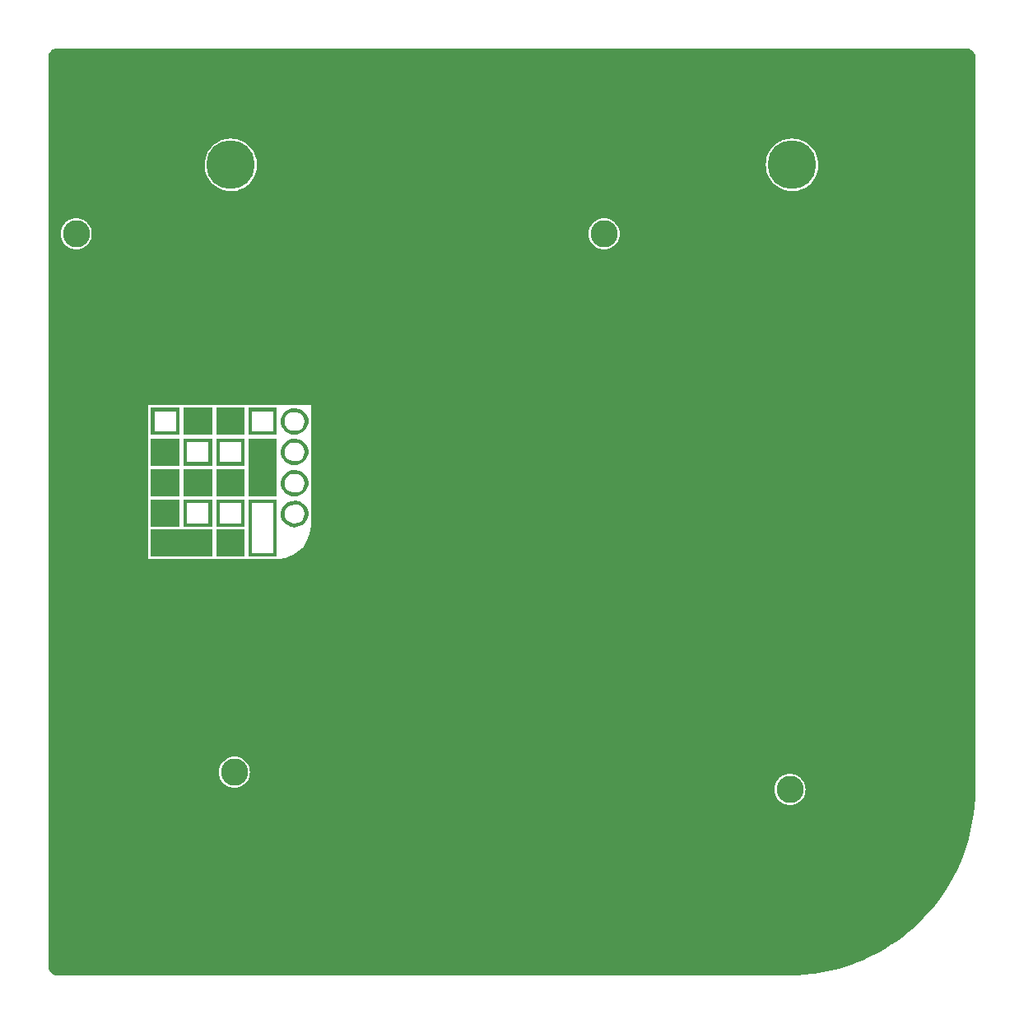
<source format=gtl>
%TF.GenerationSoftware,KiCad,Pcbnew,(5.99.0-12610-g07e01e6297)*%
%TF.CreationDate,2021-11-07T17:03:59+00:00*%
%TF.ProjectId,Envoy-Backplate,456e766f-792d-4426-9163-6b706c617465,rev?*%
%TF.SameCoordinates,Original*%
%TF.FileFunction,Copper,L1,Top*%
%TF.FilePolarity,Positive*%
%FSLAX46Y46*%
G04 Gerber Fmt 4.6, Leading zero omitted, Abs format (unit mm)*
G04 Created by KiCad (PCBNEW (5.99.0-12610-g07e01e6297)) date 2021-11-07 17:03:59*
%MOMM*%
%LPD*%
G01*
G04 APERTURE LIST*
%TA.AperFunction,ComponentPad*%
%ADD10C,2.800000*%
%TD*%
%TA.AperFunction,ComponentPad*%
%ADD11C,5.000000*%
%TD*%
G04 APERTURE END LIST*
%TO.C,G\u002A\u002A\u002A*%
G36*
X123499745Y-96065544D02*
G01*
X120566224Y-96065544D01*
X120566224Y-90126952D01*
X123499745Y-90126952D01*
X123499745Y-96065544D01*
G37*
G36*
X120208478Y-90126952D02*
G01*
X120208478Y-92917375D01*
X117274957Y-92917375D01*
X117274957Y-92559628D01*
X117632703Y-92559628D01*
X119850731Y-92559628D01*
X119850731Y-90484699D01*
X117632703Y-90484699D01*
X117632703Y-92559628D01*
X117274957Y-92559628D01*
X117274957Y-90126952D01*
X120208478Y-90126952D01*
G37*
G36*
X120208478Y-89769206D02*
G01*
X117274957Y-89769206D01*
X117274957Y-86978783D01*
X120208478Y-86978783D01*
X120208478Y-89769206D01*
G37*
G36*
X123897514Y-94539134D02*
G01*
X124056921Y-94121378D01*
X124329118Y-93777740D01*
X124694467Y-93528115D01*
X125004464Y-93417696D01*
X125425139Y-93384776D01*
X125830938Y-93475840D01*
X126195268Y-93673889D01*
X126491539Y-93961928D01*
X126693159Y-94322960D01*
X126751902Y-94534613D01*
X126753665Y-94909338D01*
X126633981Y-95276951D01*
X126412646Y-95607368D01*
X126109456Y-95870503D01*
X125768381Y-96029360D01*
X125507029Y-96100508D01*
X125314784Y-96124888D01*
X125125411Y-96102194D01*
X124872671Y-96032122D01*
X124849942Y-96025142D01*
X124512246Y-95857067D01*
X124226641Y-95594362D01*
X124014112Y-95269768D01*
X123895643Y-94916025D01*
X123893800Y-94727548D01*
X124287055Y-94727548D01*
X124348625Y-95097654D01*
X124524686Y-95391731D01*
X124801072Y-95596400D01*
X125163619Y-95698279D01*
X125324253Y-95707262D01*
X125684821Y-95661685D01*
X125911061Y-95567595D01*
X126161103Y-95340835D01*
X126309388Y-95049903D01*
X126356772Y-94727856D01*
X126304109Y-94407748D01*
X126152254Y-94122636D01*
X125902062Y-93905577D01*
X125867589Y-93886764D01*
X125658647Y-93816971D01*
X125399849Y-93778551D01*
X125324253Y-93775966D01*
X124938758Y-93834506D01*
X124627383Y-93999437D01*
X124407604Y-94254727D01*
X124296895Y-94584344D01*
X124287055Y-94727548D01*
X123893800Y-94727548D01*
X123892219Y-94565873D01*
X123897514Y-94539134D01*
G37*
G36*
X113482844Y-96065544D02*
G01*
X110549323Y-96065544D01*
X110549323Y-93275121D01*
X113482844Y-93275121D01*
X113482844Y-96065544D01*
G37*
G36*
X116845661Y-90126952D02*
G01*
X116845661Y-92917375D01*
X113912140Y-92917375D01*
X113912140Y-92559628D01*
X114269886Y-92559628D01*
X116487914Y-92559628D01*
X116487914Y-90484699D01*
X114269886Y-90484699D01*
X114269886Y-92559628D01*
X113912140Y-92559628D01*
X113912140Y-90126952D01*
X116845661Y-90126952D01*
G37*
G36*
X116845661Y-96423290D02*
G01*
X116845661Y-99213713D01*
X113912140Y-99213713D01*
X113912140Y-98855966D01*
X114269886Y-98855966D01*
X116487914Y-98855966D01*
X116487914Y-96781037D01*
X114269886Y-96781037D01*
X114269886Y-98855966D01*
X113912140Y-98855966D01*
X113912140Y-96423290D01*
X116845661Y-96423290D01*
G37*
G36*
X123499745Y-96423290D02*
G01*
X123499745Y-102290333D01*
X120566224Y-102290333D01*
X120566224Y-101932586D01*
X120923971Y-101932586D01*
X123141999Y-101932586D01*
X123141999Y-96781037D01*
X120923971Y-96781037D01*
X120923971Y-101932586D01*
X120566224Y-101932586D01*
X120566224Y-96423290D01*
X123499745Y-96423290D01*
G37*
G36*
X113482844Y-92917375D02*
G01*
X110549323Y-92917375D01*
X110549323Y-90126952D01*
X113482844Y-90126952D01*
X113482844Y-92917375D01*
G37*
G36*
X120208478Y-96423290D02*
G01*
X120208478Y-99213713D01*
X117274957Y-99213713D01*
X117274957Y-98855966D01*
X117632703Y-98855966D01*
X119850731Y-98855966D01*
X119850731Y-96781037D01*
X117632703Y-96781037D01*
X117632703Y-98855966D01*
X117274957Y-98855966D01*
X117274957Y-96423290D01*
X120208478Y-96423290D01*
G37*
G36*
X113482844Y-86978783D02*
G01*
X113482844Y-89769206D01*
X110549323Y-89769206D01*
X110549323Y-89411459D01*
X110907069Y-89411459D01*
X113125098Y-89411459D01*
X113125098Y-87336530D01*
X110907069Y-87336530D01*
X110907069Y-89411459D01*
X110549323Y-89411459D01*
X110549323Y-86978783D01*
X113482844Y-86978783D01*
G37*
G36*
X123499745Y-86978783D02*
G01*
X123499745Y-89769206D01*
X120566224Y-89769206D01*
X120566224Y-89411459D01*
X120923971Y-89411459D01*
X123141999Y-89411459D01*
X123141999Y-87336530D01*
X120923971Y-87336530D01*
X120923971Y-89411459D01*
X120566224Y-89411459D01*
X120566224Y-86978783D01*
X123499745Y-86978783D01*
G37*
G36*
X116845661Y-96065544D02*
G01*
X113912140Y-96065544D01*
X113912140Y-93275121D01*
X116845661Y-93275121D01*
X116845661Y-96065544D01*
G37*
G36*
X113482844Y-99213713D02*
G01*
X110549323Y-99213713D01*
X110549323Y-96423290D01*
X113482844Y-96423290D01*
X113482844Y-99213713D01*
G37*
G36*
X116845661Y-89769206D02*
G01*
X113912140Y-89769206D01*
X113912140Y-86978783D01*
X116845661Y-86978783D01*
X116845661Y-89769206D01*
G37*
G36*
X116845661Y-102290333D02*
G01*
X110549323Y-102290333D01*
X110549323Y-99499910D01*
X116845661Y-99499910D01*
X116845661Y-102290333D01*
G37*
G36*
X120208478Y-96065544D02*
G01*
X117274957Y-96065544D01*
X117274957Y-93275121D01*
X120208478Y-93275121D01*
X120208478Y-96065544D01*
G37*
G36*
X123897514Y-97687303D02*
G01*
X124056921Y-97269547D01*
X124329118Y-96925909D01*
X124694467Y-96676284D01*
X125004464Y-96565865D01*
X125425139Y-96532945D01*
X125830938Y-96624009D01*
X126195268Y-96822058D01*
X126491539Y-97110097D01*
X126693159Y-97471129D01*
X126751902Y-97682782D01*
X126753665Y-98057507D01*
X126633981Y-98425120D01*
X126412646Y-98755537D01*
X126109456Y-99018672D01*
X125768381Y-99177529D01*
X125507029Y-99248677D01*
X125314784Y-99273057D01*
X125125411Y-99250363D01*
X124872671Y-99180291D01*
X124849942Y-99173311D01*
X124512246Y-99005236D01*
X124226641Y-98742531D01*
X124014112Y-98417937D01*
X123895643Y-98064194D01*
X123893800Y-97875717D01*
X124287055Y-97875717D01*
X124348625Y-98245823D01*
X124524686Y-98539900D01*
X124801072Y-98744569D01*
X125163619Y-98846448D01*
X125324253Y-98855431D01*
X125684821Y-98809854D01*
X125911061Y-98715764D01*
X126161103Y-98489004D01*
X126309388Y-98198072D01*
X126356772Y-97876025D01*
X126304109Y-97555917D01*
X126152254Y-97270805D01*
X125902062Y-97053746D01*
X125867589Y-97034933D01*
X125658647Y-96965140D01*
X125399849Y-96926720D01*
X125324253Y-96924135D01*
X124938758Y-96982675D01*
X124627383Y-97147606D01*
X124407604Y-97402896D01*
X124296895Y-97732513D01*
X124287055Y-97875717D01*
X123893800Y-97875717D01*
X123892219Y-97714042D01*
X123897514Y-97687303D01*
G37*
G36*
X123897514Y-91319416D02*
G01*
X124056921Y-90901660D01*
X124329118Y-90558022D01*
X124694467Y-90308396D01*
X125004464Y-90197978D01*
X125425139Y-90165058D01*
X125830938Y-90256121D01*
X126195268Y-90454171D01*
X126491539Y-90742210D01*
X126693159Y-91103242D01*
X126751902Y-91314895D01*
X126753665Y-91689620D01*
X126633981Y-92057233D01*
X126412646Y-92387650D01*
X126109456Y-92650784D01*
X125768381Y-92809642D01*
X125507029Y-92880790D01*
X125314784Y-92905169D01*
X125125411Y-92882475D01*
X124872671Y-92812404D01*
X124849942Y-92805424D01*
X124512246Y-92637349D01*
X124226641Y-92374644D01*
X124014112Y-92050050D01*
X123895643Y-91696306D01*
X123893800Y-91507829D01*
X124287055Y-91507829D01*
X124348625Y-91877935D01*
X124524686Y-92172013D01*
X124801072Y-92376682D01*
X125163619Y-92478561D01*
X125324253Y-92487544D01*
X125684821Y-92441967D01*
X125911061Y-92347877D01*
X126161103Y-92121117D01*
X126309388Y-91830185D01*
X126356772Y-91508137D01*
X126304109Y-91188030D01*
X126152254Y-90902918D01*
X125902062Y-90685858D01*
X125867589Y-90667046D01*
X125658647Y-90597252D01*
X125399849Y-90558832D01*
X125324253Y-90556248D01*
X124938758Y-90614788D01*
X124627383Y-90779718D01*
X124407604Y-91035009D01*
X124296895Y-91364626D01*
X124287055Y-91507829D01*
X123893800Y-91507829D01*
X123892219Y-91346155D01*
X123897514Y-91319416D01*
G37*
G36*
X123897514Y-88171247D02*
G01*
X124056921Y-87753491D01*
X124329118Y-87409853D01*
X124694467Y-87160227D01*
X125004464Y-87049809D01*
X125425139Y-87016889D01*
X125830938Y-87107952D01*
X126195268Y-87306001D01*
X126491539Y-87594041D01*
X126693159Y-87955073D01*
X126751902Y-88166726D01*
X126753665Y-88541451D01*
X126633981Y-88909064D01*
X126412646Y-89239481D01*
X126109456Y-89502615D01*
X125768381Y-89661473D01*
X125507029Y-89732621D01*
X125314784Y-89757000D01*
X125125411Y-89734306D01*
X124872671Y-89664235D01*
X124849942Y-89657255D01*
X124512246Y-89489180D01*
X124226641Y-89226475D01*
X124014112Y-88901881D01*
X123895643Y-88548137D01*
X123893697Y-88349132D01*
X124291195Y-88349132D01*
X124334155Y-88690025D01*
X124397585Y-88845782D01*
X124610708Y-89108652D01*
X124919316Y-89276766D01*
X125302939Y-89339221D01*
X125324253Y-89339375D01*
X125684821Y-89293798D01*
X125911061Y-89199708D01*
X126161103Y-88972948D01*
X126309388Y-88682016D01*
X126356772Y-88359968D01*
X126304109Y-88039861D01*
X126152254Y-87754749D01*
X125902062Y-87537689D01*
X125867589Y-87518877D01*
X125583320Y-87432380D01*
X125244419Y-87414110D01*
X124922042Y-87464068D01*
X124780916Y-87518877D01*
X124525487Y-87725786D01*
X124358610Y-88015129D01*
X124291195Y-88349132D01*
X123893697Y-88349132D01*
X123892219Y-88197986D01*
X123897514Y-88171247D01*
G37*
G36*
X120208478Y-102290333D02*
G01*
X117274957Y-102290333D01*
X117274957Y-99499910D01*
X120208478Y-99499910D01*
X120208478Y-102290333D01*
G37*
%TD*%
D10*
%TO.P,H4,*%
%TO.N,*%
X176275500Y-126231750D03*
%TD*%
%TO.P,H1,*%
%TO.N,*%
X102863000Y-69081750D03*
%TD*%
%TO.P,H3,*%
%TO.N,*%
X119135500Y-124461750D03*
%TD*%
%TO.P,H2,*%
%TO.N,*%
X157162000Y-69081750D03*
%TD*%
D11*
%TO.P,H5,1*%
%TO.N,N/C*%
X118774000Y-62000000D03*
%TD*%
%TO.P,H6,1*%
%TO.N,N/C*%
X176500000Y-62000000D03*
%TD*%
%TA.AperFunction,NonConductor*%
G36*
X100796378Y-50025028D02*
G01*
X100796574Y-50025000D01*
X194493810Y-50025000D01*
X194495191Y-50025068D01*
X194500000Y-50027060D01*
X194503790Y-50025491D01*
X194506161Y-50025607D01*
X194656206Y-50040385D01*
X194680430Y-50045204D01*
X194818766Y-50087168D01*
X194841586Y-50096620D01*
X194969068Y-50164760D01*
X194989606Y-50178483D01*
X195101347Y-50270188D01*
X195118812Y-50287653D01*
X195210517Y-50399394D01*
X195224240Y-50419932D01*
X195292380Y-50547414D01*
X195301832Y-50570234D01*
X195343796Y-50708570D01*
X195348615Y-50732794D01*
X195351491Y-50762000D01*
X195363393Y-50882840D01*
X195363509Y-50885210D01*
X195361940Y-50889000D01*
X195363932Y-50893809D01*
X195364000Y-50895190D01*
X195364000Y-50910850D01*
X195363972Y-50911378D01*
X195364000Y-50911574D01*
X195364000Y-126195027D01*
X195363978Y-126195027D01*
X195363984Y-126195065D01*
X195361940Y-126200000D01*
X195363894Y-126204717D01*
X195363553Y-126219905D01*
X195344779Y-127056408D01*
X195344526Y-127062057D01*
X195287090Y-127913953D01*
X195286583Y-127919584D01*
X195190987Y-128768025D01*
X195190230Y-128773613D01*
X195056661Y-129616939D01*
X195055651Y-129622502D01*
X194884389Y-130458944D01*
X194883135Y-130464440D01*
X194780782Y-130870636D01*
X194674508Y-131292394D01*
X194673004Y-131297844D01*
X194427445Y-132115597D01*
X194425697Y-132120975D01*
X194143710Y-132926845D01*
X194141723Y-132932139D01*
X193823841Y-133724607D01*
X193821619Y-133729806D01*
X193468531Y-134507156D01*
X193466085Y-134512237D01*
X193078444Y-135273025D01*
X193075764Y-135278004D01*
X192654409Y-136020585D01*
X192651509Y-136025439D01*
X192197251Y-136748385D01*
X192194136Y-136753104D01*
X191707914Y-137454925D01*
X191704591Y-137459500D01*
X191187338Y-138138843D01*
X191183812Y-138143263D01*
X190636638Y-138798671D01*
X190632918Y-138802929D01*
X190056871Y-139433150D01*
X190052963Y-139437237D01*
X189449237Y-140040963D01*
X189445150Y-140044871D01*
X188814929Y-140620918D01*
X188810671Y-140624638D01*
X188155263Y-141171812D01*
X188150843Y-141175338D01*
X187471500Y-141692591D01*
X187466925Y-141695914D01*
X186765104Y-142182136D01*
X186760385Y-142185251D01*
X186037439Y-142639509D01*
X186032585Y-142642409D01*
X185290004Y-143063764D01*
X185285029Y-143066442D01*
X184524237Y-143454085D01*
X184519170Y-143456524D01*
X184205368Y-143599060D01*
X183741806Y-143809619D01*
X183736607Y-143811841D01*
X182944139Y-144129723D01*
X182938850Y-144131708D01*
X182794811Y-144182110D01*
X182132975Y-144413697D01*
X182127597Y-144415445D01*
X181309844Y-144661004D01*
X181304394Y-144662508D01*
X180882636Y-144768782D01*
X180476440Y-144871135D01*
X180470961Y-144872385D01*
X179634493Y-145043653D01*
X179628948Y-145044659D01*
X178785613Y-145178230D01*
X178780037Y-145178985D01*
X178300556Y-145233010D01*
X177931584Y-145274583D01*
X177925953Y-145275090D01*
X177760694Y-145286232D01*
X177074049Y-145332526D01*
X177068417Y-145332779D01*
X176216717Y-145351894D01*
X176216697Y-145351020D01*
X176215224Y-145351276D01*
X176212000Y-145349940D01*
X176207027Y-145352000D01*
X176190181Y-145352000D01*
X176189635Y-145351971D01*
X176189431Y-145352000D01*
X100907190Y-145352000D01*
X100905809Y-145351932D01*
X100901000Y-145349940D01*
X100897210Y-145351509D01*
X100894840Y-145351393D01*
X100877660Y-145349701D01*
X100744794Y-145336615D01*
X100720570Y-145331796D01*
X100582234Y-145289832D01*
X100559414Y-145280380D01*
X100431932Y-145212240D01*
X100411394Y-145198517D01*
X100299653Y-145106812D01*
X100282188Y-145089347D01*
X100190483Y-144977606D01*
X100176760Y-144957068D01*
X100108620Y-144829586D01*
X100099168Y-144806766D01*
X100057204Y-144668430D01*
X100052385Y-144644204D01*
X100037607Y-144494160D01*
X100037491Y-144491790D01*
X100039060Y-144488000D01*
X100037068Y-144483191D01*
X100037000Y-144481810D01*
X100037000Y-144466150D01*
X100037028Y-144465620D01*
X100037000Y-144465426D01*
X100037000Y-126231750D01*
X174670051Y-126231750D01*
X174689817Y-126482898D01*
X174748627Y-126727861D01*
X174845034Y-126960609D01*
X174976664Y-127175409D01*
X174979876Y-127179169D01*
X174979879Y-127179174D01*
X175124756Y-127348802D01*
X175140276Y-127366974D01*
X175144038Y-127370187D01*
X175328076Y-127527371D01*
X175328081Y-127527374D01*
X175331841Y-127530586D01*
X175546641Y-127662216D01*
X175551211Y-127664109D01*
X175551215Y-127664111D01*
X175774816Y-127756729D01*
X175779389Y-127758623D01*
X175863789Y-127778885D01*
X176019539Y-127816278D01*
X176019545Y-127816279D01*
X176024352Y-127817433D01*
X176275500Y-127837199D01*
X176526648Y-127817433D01*
X176531455Y-127816279D01*
X176531461Y-127816278D01*
X176687211Y-127778885D01*
X176771611Y-127758623D01*
X176776184Y-127756729D01*
X176999785Y-127664111D01*
X176999789Y-127664109D01*
X177004359Y-127662216D01*
X177219159Y-127530586D01*
X177222919Y-127527374D01*
X177222924Y-127527371D01*
X177406962Y-127370187D01*
X177410724Y-127366974D01*
X177426244Y-127348802D01*
X177571121Y-127179174D01*
X177571124Y-127179169D01*
X177574336Y-127175409D01*
X177705966Y-126960609D01*
X177802373Y-126727861D01*
X177861183Y-126482898D01*
X177880949Y-126231750D01*
X177861183Y-125980602D01*
X177840419Y-125894111D01*
X177822635Y-125820039D01*
X177802373Y-125735639D01*
X177746267Y-125600187D01*
X177707861Y-125507465D01*
X177707859Y-125507461D01*
X177705966Y-125502891D01*
X177574336Y-125288091D01*
X177571124Y-125284331D01*
X177571121Y-125284326D01*
X177413937Y-125100288D01*
X177410724Y-125096526D01*
X177392552Y-125081006D01*
X177222924Y-124936129D01*
X177222919Y-124936126D01*
X177219159Y-124932914D01*
X177004359Y-124801284D01*
X176999789Y-124799391D01*
X176999785Y-124799389D01*
X176776184Y-124706771D01*
X176776182Y-124706770D01*
X176771611Y-124704877D01*
X176687211Y-124684615D01*
X176531461Y-124647222D01*
X176531455Y-124647221D01*
X176526648Y-124646067D01*
X176275500Y-124626301D01*
X176024352Y-124646067D01*
X176019545Y-124647221D01*
X176019539Y-124647222D01*
X175863789Y-124684615D01*
X175779389Y-124704877D01*
X175774818Y-124706770D01*
X175774816Y-124706771D01*
X175551215Y-124799389D01*
X175551211Y-124799391D01*
X175546641Y-124801284D01*
X175331841Y-124932914D01*
X175328081Y-124936126D01*
X175328076Y-124936129D01*
X175158448Y-125081006D01*
X175140276Y-125096526D01*
X175137063Y-125100288D01*
X174979879Y-125284326D01*
X174979876Y-125284331D01*
X174976664Y-125288091D01*
X174845034Y-125502891D01*
X174843141Y-125507461D01*
X174843139Y-125507465D01*
X174804733Y-125600187D01*
X174748627Y-125735639D01*
X174728365Y-125820039D01*
X174710582Y-125894111D01*
X174689817Y-125980602D01*
X174670051Y-126231750D01*
X100037000Y-126231750D01*
X100037000Y-124461750D01*
X117530051Y-124461750D01*
X117549817Y-124712898D01*
X117550971Y-124717705D01*
X117550972Y-124717711D01*
X117571036Y-124801284D01*
X117608627Y-124957861D01*
X117610520Y-124962432D01*
X117610521Y-124962434D01*
X117666064Y-125096526D01*
X117705034Y-125190609D01*
X117836664Y-125405409D01*
X117839876Y-125409169D01*
X117839879Y-125409174D01*
X117923828Y-125507465D01*
X118000276Y-125596974D01*
X118004038Y-125600187D01*
X118188076Y-125757371D01*
X118188081Y-125757374D01*
X118191841Y-125760586D01*
X118406641Y-125892216D01*
X118411211Y-125894109D01*
X118411215Y-125894111D01*
X118631936Y-125985536D01*
X118639389Y-125988623D01*
X118723789Y-126008885D01*
X118879539Y-126046278D01*
X118879545Y-126046279D01*
X118884352Y-126047433D01*
X119135500Y-126067199D01*
X119386648Y-126047433D01*
X119391455Y-126046279D01*
X119391461Y-126046278D01*
X119547211Y-126008885D01*
X119631611Y-125988623D01*
X119639064Y-125985536D01*
X119859785Y-125894111D01*
X119859789Y-125894109D01*
X119864359Y-125892216D01*
X120079159Y-125760586D01*
X120082919Y-125757374D01*
X120082924Y-125757371D01*
X120266962Y-125600187D01*
X120270724Y-125596974D01*
X120347172Y-125507465D01*
X120431121Y-125409174D01*
X120431124Y-125409169D01*
X120434336Y-125405409D01*
X120565966Y-125190609D01*
X120604937Y-125096526D01*
X120660479Y-124962434D01*
X120660480Y-124962432D01*
X120662373Y-124957861D01*
X120699964Y-124801284D01*
X120720028Y-124717711D01*
X120720029Y-124717705D01*
X120721183Y-124712898D01*
X120740949Y-124461750D01*
X120721183Y-124210602D01*
X120662373Y-123965639D01*
X120565966Y-123732891D01*
X120434336Y-123518091D01*
X120431124Y-123514331D01*
X120431121Y-123514326D01*
X120273937Y-123330288D01*
X120270724Y-123326526D01*
X120252552Y-123311006D01*
X120082924Y-123166129D01*
X120082919Y-123166126D01*
X120079159Y-123162914D01*
X119864359Y-123031284D01*
X119859789Y-123029391D01*
X119859785Y-123029389D01*
X119636184Y-122936771D01*
X119636182Y-122936770D01*
X119631611Y-122934877D01*
X119547211Y-122914615D01*
X119391461Y-122877222D01*
X119391455Y-122877221D01*
X119386648Y-122876067D01*
X119135500Y-122856301D01*
X118884352Y-122876067D01*
X118879545Y-122877221D01*
X118879539Y-122877222D01*
X118723789Y-122914615D01*
X118639389Y-122934877D01*
X118634818Y-122936770D01*
X118634816Y-122936771D01*
X118411215Y-123029389D01*
X118411211Y-123029391D01*
X118406641Y-123031284D01*
X118191841Y-123162914D01*
X118188081Y-123166126D01*
X118188076Y-123166129D01*
X118018448Y-123311006D01*
X118000276Y-123326526D01*
X117997063Y-123330288D01*
X117839879Y-123514326D01*
X117839876Y-123514331D01*
X117836664Y-123518091D01*
X117705034Y-123732891D01*
X117608627Y-123965639D01*
X117549817Y-124210602D01*
X117530051Y-124461750D01*
X100037000Y-124461750D01*
X100037000Y-102532727D01*
X110293689Y-102532727D01*
X123493689Y-102532727D01*
X123679833Y-102523863D01*
X123702913Y-102522764D01*
X123702917Y-102522764D01*
X123703689Y-102522727D01*
X123824348Y-102514109D01*
X123841478Y-102512885D01*
X123841480Y-102512885D01*
X123843689Y-102512727D01*
X123845874Y-102512415D01*
X123845882Y-102512414D01*
X123982348Y-102492919D01*
X123982367Y-102492916D01*
X123983689Y-102492727D01*
X124048217Y-102480628D01*
X124143002Y-102462856D01*
X124143018Y-102462853D01*
X124143689Y-102462727D01*
X124144357Y-102462586D01*
X124144389Y-102462580D01*
X124331514Y-102423185D01*
X124331517Y-102423184D01*
X124333689Y-102422727D01*
X124335811Y-102422121D01*
X124335822Y-102422118D01*
X124417357Y-102398822D01*
X124473689Y-102382727D01*
X124612401Y-102333187D01*
X124614934Y-102332312D01*
X124761404Y-102283489D01*
X124761412Y-102283486D01*
X124763689Y-102282727D01*
X124953689Y-102202727D01*
X124955523Y-102201810D01*
X125132312Y-102113416D01*
X125132328Y-102113407D01*
X125133689Y-102112727D01*
X125135026Y-102111975D01*
X125449832Y-101934897D01*
X125449837Y-101934894D01*
X125453689Y-101932727D01*
X125623689Y-101802727D01*
X125783689Y-101672727D01*
X125943689Y-101522727D01*
X126083689Y-101382727D01*
X126233689Y-101212727D01*
X126343689Y-101062727D01*
X126443689Y-100912727D01*
X126523689Y-100772727D01*
X126613689Y-100612727D01*
X126703689Y-100412727D01*
X126793689Y-100192727D01*
X126853689Y-99992727D01*
X126903689Y-99802727D01*
X126933689Y-99662727D01*
X126963689Y-99492727D01*
X126983689Y-99352727D01*
X126993689Y-99202727D01*
X126993689Y-86732727D01*
X110293689Y-86732727D01*
X110293689Y-102532727D01*
X100037000Y-102532727D01*
X100037000Y-69081750D01*
X101257551Y-69081750D01*
X101277317Y-69332898D01*
X101336127Y-69577861D01*
X101432534Y-69810609D01*
X101564164Y-70025409D01*
X101567376Y-70029169D01*
X101567379Y-70029174D01*
X101712256Y-70198802D01*
X101727776Y-70216974D01*
X101731538Y-70220187D01*
X101915576Y-70377371D01*
X101915581Y-70377374D01*
X101919341Y-70380586D01*
X102134141Y-70512216D01*
X102138711Y-70514109D01*
X102138715Y-70514111D01*
X102362316Y-70606729D01*
X102366889Y-70608623D01*
X102451289Y-70628885D01*
X102607039Y-70666278D01*
X102607045Y-70666279D01*
X102611852Y-70667433D01*
X102863000Y-70687199D01*
X103114148Y-70667433D01*
X103118955Y-70666279D01*
X103118961Y-70666278D01*
X103274711Y-70628885D01*
X103359111Y-70608623D01*
X103363684Y-70606729D01*
X103587285Y-70514111D01*
X103587289Y-70514109D01*
X103591859Y-70512216D01*
X103806659Y-70380586D01*
X103810419Y-70377374D01*
X103810424Y-70377371D01*
X103994462Y-70220187D01*
X103998224Y-70216974D01*
X104013744Y-70198802D01*
X104158621Y-70029174D01*
X104158624Y-70029169D01*
X104161836Y-70025409D01*
X104293466Y-69810609D01*
X104389873Y-69577861D01*
X104448683Y-69332898D01*
X104468449Y-69081750D01*
X155556551Y-69081750D01*
X155576317Y-69332898D01*
X155635127Y-69577861D01*
X155731534Y-69810609D01*
X155863164Y-70025409D01*
X155866376Y-70029169D01*
X155866379Y-70029174D01*
X156011256Y-70198802D01*
X156026776Y-70216974D01*
X156030538Y-70220187D01*
X156214576Y-70377371D01*
X156214581Y-70377374D01*
X156218341Y-70380586D01*
X156433141Y-70512216D01*
X156437711Y-70514109D01*
X156437715Y-70514111D01*
X156661316Y-70606729D01*
X156665889Y-70608623D01*
X156750289Y-70628885D01*
X156906039Y-70666278D01*
X156906045Y-70666279D01*
X156910852Y-70667433D01*
X157162000Y-70687199D01*
X157413148Y-70667433D01*
X157417955Y-70666279D01*
X157417961Y-70666278D01*
X157573711Y-70628885D01*
X157658111Y-70608623D01*
X157662684Y-70606729D01*
X157886285Y-70514111D01*
X157886289Y-70514109D01*
X157890859Y-70512216D01*
X158105659Y-70380586D01*
X158109419Y-70377374D01*
X158109424Y-70377371D01*
X158293462Y-70220187D01*
X158297224Y-70216974D01*
X158312744Y-70198802D01*
X158457621Y-70029174D01*
X158457624Y-70029169D01*
X158460836Y-70025409D01*
X158592466Y-69810609D01*
X158688873Y-69577861D01*
X158747683Y-69332898D01*
X158767449Y-69081750D01*
X158747683Y-68830602D01*
X158688873Y-68585639D01*
X158592466Y-68352891D01*
X158460836Y-68138091D01*
X158457624Y-68134331D01*
X158457621Y-68134326D01*
X158300437Y-67950288D01*
X158297224Y-67946526D01*
X158279052Y-67931006D01*
X158109424Y-67786129D01*
X158109419Y-67786126D01*
X158105659Y-67782914D01*
X157890859Y-67651284D01*
X157886289Y-67649391D01*
X157886285Y-67649389D01*
X157662684Y-67556771D01*
X157662682Y-67556770D01*
X157658111Y-67554877D01*
X157573711Y-67534615D01*
X157417961Y-67497222D01*
X157417955Y-67497221D01*
X157413148Y-67496067D01*
X157162000Y-67476301D01*
X156910852Y-67496067D01*
X156906045Y-67497221D01*
X156906039Y-67497222D01*
X156750289Y-67534615D01*
X156665889Y-67554877D01*
X156661318Y-67556770D01*
X156661316Y-67556771D01*
X156437715Y-67649389D01*
X156437711Y-67649391D01*
X156433141Y-67651284D01*
X156218341Y-67782914D01*
X156214581Y-67786126D01*
X156214576Y-67786129D01*
X156044948Y-67931006D01*
X156026776Y-67946526D01*
X156023563Y-67950288D01*
X155866379Y-68134326D01*
X155866376Y-68134331D01*
X155863164Y-68138091D01*
X155731534Y-68352891D01*
X155635127Y-68585639D01*
X155576317Y-68830602D01*
X155556551Y-69081750D01*
X104468449Y-69081750D01*
X104448683Y-68830602D01*
X104389873Y-68585639D01*
X104293466Y-68352891D01*
X104161836Y-68138091D01*
X104158624Y-68134331D01*
X104158621Y-68134326D01*
X104001437Y-67950288D01*
X103998224Y-67946526D01*
X103980052Y-67931006D01*
X103810424Y-67786129D01*
X103810419Y-67786126D01*
X103806659Y-67782914D01*
X103591859Y-67651284D01*
X103587289Y-67649391D01*
X103587285Y-67649389D01*
X103363684Y-67556771D01*
X103363682Y-67556770D01*
X103359111Y-67554877D01*
X103274711Y-67534615D01*
X103118961Y-67497222D01*
X103118955Y-67497221D01*
X103114148Y-67496067D01*
X102863000Y-67476301D01*
X102611852Y-67496067D01*
X102607045Y-67497221D01*
X102607039Y-67497222D01*
X102451289Y-67534615D01*
X102366889Y-67554877D01*
X102362318Y-67556770D01*
X102362316Y-67556771D01*
X102138715Y-67649389D01*
X102138711Y-67649391D01*
X102134141Y-67651284D01*
X101919341Y-67782914D01*
X101915581Y-67786126D01*
X101915576Y-67786129D01*
X101745948Y-67931006D01*
X101727776Y-67946526D01*
X101724563Y-67950288D01*
X101567379Y-68134326D01*
X101567376Y-68134331D01*
X101564164Y-68138091D01*
X101432534Y-68352891D01*
X101336127Y-68585639D01*
X101277317Y-68830602D01*
X101257551Y-69081750D01*
X100037000Y-69081750D01*
X100037000Y-61971669D01*
X116068712Y-61971669D01*
X116084902Y-62296879D01*
X116085543Y-62300610D01*
X116085544Y-62300618D01*
X116100030Y-62384916D01*
X116140045Y-62617789D01*
X116141133Y-62621428D01*
X116141134Y-62621431D01*
X116164697Y-62700218D01*
X116233341Y-62929749D01*
X116363439Y-63228242D01*
X116528455Y-63508944D01*
X116530756Y-63511959D01*
X116723698Y-63764775D01*
X116723703Y-63764781D01*
X116725998Y-63767788D01*
X116953208Y-64001025D01*
X117206792Y-64205276D01*
X117483078Y-64377583D01*
X117778063Y-64515451D01*
X118087474Y-64616881D01*
X118406830Y-64680405D01*
X118410602Y-64680692D01*
X118410610Y-64680693D01*
X118727728Y-64704815D01*
X118727733Y-64704815D01*
X118731505Y-64705102D01*
X119056795Y-64690615D01*
X119377989Y-64637154D01*
X119690434Y-64545493D01*
X119989604Y-64416959D01*
X119992882Y-64415055D01*
X119992888Y-64415052D01*
X120156708Y-64319897D01*
X120271165Y-64253415D01*
X120531040Y-64057230D01*
X120765464Y-63831245D01*
X120767862Y-63828300D01*
X120968643Y-63581678D01*
X120968647Y-63581672D01*
X120971040Y-63578733D01*
X121144792Y-63303354D01*
X121284202Y-63009095D01*
X121387251Y-62700218D01*
X121452446Y-62381199D01*
X121478843Y-62056658D01*
X121479436Y-62000000D01*
X121477728Y-61971669D01*
X173794712Y-61971669D01*
X173810902Y-62296879D01*
X173811543Y-62300610D01*
X173811544Y-62300618D01*
X173826030Y-62384916D01*
X173866045Y-62617789D01*
X173867133Y-62621428D01*
X173867134Y-62621431D01*
X173890697Y-62700218D01*
X173959341Y-62929749D01*
X174089439Y-63228242D01*
X174254455Y-63508944D01*
X174256756Y-63511959D01*
X174449698Y-63764775D01*
X174449703Y-63764781D01*
X174451998Y-63767788D01*
X174679208Y-64001025D01*
X174932792Y-64205276D01*
X175209078Y-64377583D01*
X175504063Y-64515451D01*
X175813474Y-64616881D01*
X176132830Y-64680405D01*
X176136602Y-64680692D01*
X176136610Y-64680693D01*
X176453728Y-64704815D01*
X176453733Y-64704815D01*
X176457505Y-64705102D01*
X176782795Y-64690615D01*
X177103989Y-64637154D01*
X177416434Y-64545493D01*
X177715604Y-64416959D01*
X177718882Y-64415055D01*
X177718888Y-64415052D01*
X177882708Y-64319897D01*
X177997165Y-64253415D01*
X178257040Y-64057230D01*
X178491464Y-63831245D01*
X178493862Y-63828300D01*
X178694643Y-63581678D01*
X178694647Y-63581672D01*
X178697040Y-63578733D01*
X178870792Y-63303354D01*
X179010202Y-63009095D01*
X179113251Y-62700218D01*
X179178446Y-62381199D01*
X179204843Y-62056658D01*
X179205436Y-62000000D01*
X179185841Y-61674977D01*
X179181399Y-61650651D01*
X179128025Y-61358404D01*
X179127342Y-61354663D01*
X179030784Y-61043696D01*
X178897567Y-60746582D01*
X178729621Y-60467624D01*
X178727294Y-60464640D01*
X178727289Y-60464633D01*
X178531713Y-60213858D01*
X178531711Y-60213856D01*
X178529377Y-60210863D01*
X178299738Y-59980018D01*
X178044029Y-59778433D01*
X177765954Y-59609029D01*
X177647453Y-59555150D01*
X177472994Y-59475827D01*
X177472986Y-59475824D01*
X177469542Y-59474258D01*
X177159085Y-59376073D01*
X177017071Y-59349368D01*
X176842805Y-59316597D01*
X176842800Y-59316596D01*
X176839081Y-59315897D01*
X176514166Y-59294601D01*
X176510386Y-59294809D01*
X176510385Y-59294809D01*
X176413156Y-59300160D01*
X176189045Y-59312494D01*
X176185318Y-59313155D01*
X176185314Y-59313155D01*
X175926625Y-59359001D01*
X175868429Y-59369315D01*
X175864804Y-59370420D01*
X175864799Y-59370421D01*
X175663196Y-59431866D01*
X175556961Y-59464244D01*
X175553497Y-59465775D01*
X175553490Y-59465778D01*
X175369938Y-59546926D01*
X175259153Y-59595903D01*
X175255899Y-59597839D01*
X175255893Y-59597842D01*
X175233780Y-59610998D01*
X174979319Y-59762386D01*
X174721513Y-59961282D01*
X174718812Y-59963941D01*
X174718805Y-59963947D01*
X174492177Y-60187044D01*
X174489469Y-60189710D01*
X174487105Y-60192677D01*
X174487102Y-60192680D01*
X174472613Y-60210863D01*
X174286548Y-60444360D01*
X174115690Y-60721544D01*
X173979369Y-61017247D01*
X173978210Y-61020848D01*
X173978207Y-61020854D01*
X173969682Y-61047327D01*
X173879560Y-61327185D01*
X173878841Y-61330901D01*
X173878839Y-61330909D01*
X173818428Y-61643151D01*
X173818427Y-61643160D01*
X173817709Y-61646870D01*
X173817442Y-61650646D01*
X173817441Y-61650651D01*
X173815719Y-61674977D01*
X173794712Y-61971669D01*
X121477728Y-61971669D01*
X121459841Y-61674977D01*
X121455399Y-61650651D01*
X121402025Y-61358404D01*
X121401342Y-61354663D01*
X121304784Y-61043696D01*
X121171567Y-60746582D01*
X121003621Y-60467624D01*
X121001294Y-60464640D01*
X121001289Y-60464633D01*
X120805713Y-60213858D01*
X120805711Y-60213856D01*
X120803377Y-60210863D01*
X120573738Y-59980018D01*
X120318029Y-59778433D01*
X120039954Y-59609029D01*
X119921453Y-59555150D01*
X119746994Y-59475827D01*
X119746986Y-59475824D01*
X119743542Y-59474258D01*
X119433085Y-59376073D01*
X119291071Y-59349368D01*
X119116805Y-59316597D01*
X119116800Y-59316596D01*
X119113081Y-59315897D01*
X118788166Y-59294601D01*
X118784386Y-59294809D01*
X118784385Y-59294809D01*
X118687156Y-59300160D01*
X118463045Y-59312494D01*
X118459318Y-59313155D01*
X118459314Y-59313155D01*
X118200625Y-59359001D01*
X118142429Y-59369315D01*
X118138804Y-59370420D01*
X118138799Y-59370421D01*
X117937196Y-59431866D01*
X117830961Y-59464244D01*
X117827497Y-59465775D01*
X117827490Y-59465778D01*
X117643938Y-59546926D01*
X117533153Y-59595903D01*
X117529899Y-59597839D01*
X117529893Y-59597842D01*
X117507780Y-59610998D01*
X117253319Y-59762386D01*
X116995513Y-59961282D01*
X116992812Y-59963941D01*
X116992805Y-59963947D01*
X116766177Y-60187044D01*
X116763469Y-60189710D01*
X116761105Y-60192677D01*
X116761102Y-60192680D01*
X116746613Y-60210863D01*
X116560548Y-60444360D01*
X116389690Y-60721544D01*
X116253369Y-61017247D01*
X116252210Y-61020848D01*
X116252207Y-61020854D01*
X116243682Y-61047327D01*
X116153560Y-61327185D01*
X116152841Y-61330901D01*
X116152839Y-61330909D01*
X116092428Y-61643151D01*
X116092427Y-61643160D01*
X116091709Y-61646870D01*
X116091442Y-61650646D01*
X116091441Y-61650651D01*
X116089719Y-61674977D01*
X116068712Y-61971669D01*
X100037000Y-61971669D01*
X100037000Y-50768190D01*
X100037068Y-50766809D01*
X100039060Y-50762000D01*
X100037491Y-50758210D01*
X100037607Y-50755840D01*
X100049945Y-50630568D01*
X100054761Y-50606350D01*
X100089501Y-50491829D01*
X100098950Y-50469019D01*
X100155357Y-50363490D01*
X100169080Y-50342952D01*
X100244991Y-50250456D01*
X100262456Y-50232991D01*
X100354952Y-50157080D01*
X100375490Y-50143357D01*
X100481019Y-50086950D01*
X100503829Y-50077501D01*
X100618350Y-50042761D01*
X100642568Y-50037945D01*
X100767840Y-50025607D01*
X100770210Y-50025491D01*
X100774000Y-50027060D01*
X100778809Y-50025068D01*
X100780190Y-50025000D01*
X100795850Y-50025000D01*
X100796378Y-50025028D01*
G37*
%TD.AperFunction*%
M02*

</source>
